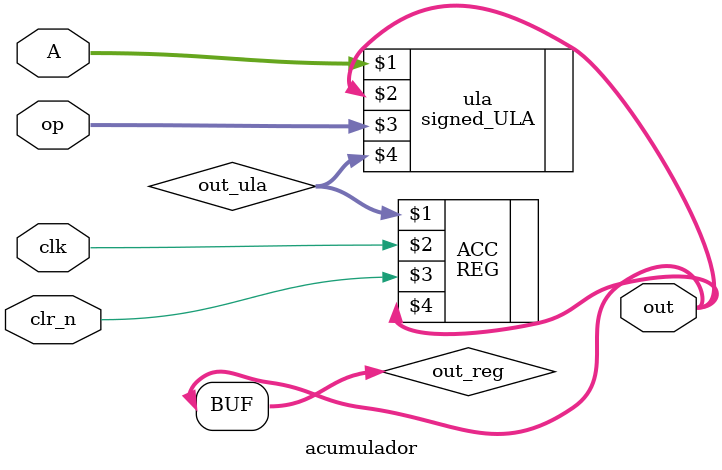
<source format=v>
module acumulador (input signed [3:0] A,op,
						 input clk, clr_n,
						 output signed [3:0] out );

		wire [3:0] out_ula,out_reg;	
		
		signed_ULA ula (A, out_reg, op, out_ula);
		
		REG ACC (out_ula,clk,clr_n, out);
		
		assign out = out_reg;
						 
endmodule

	
</source>
